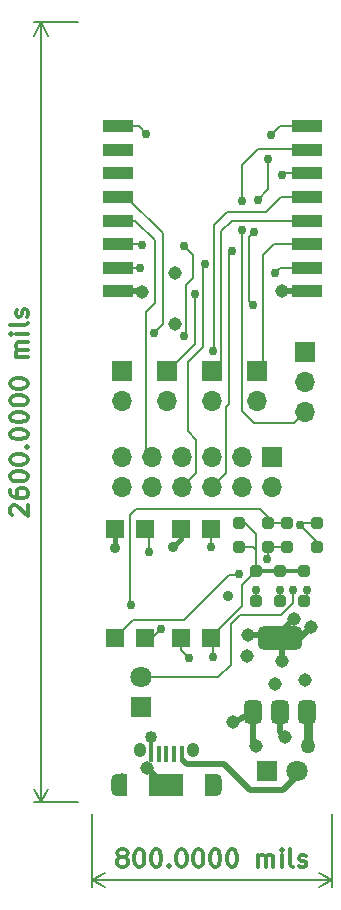
<source format=gtl>
G04 #@! TF.GenerationSoftware,KiCad,Pcbnew,8.0.5*
G04 #@! TF.CreationDate,2024-11-08T00:03:23+01:00*
G04 #@! TF.ProjectId,iot-opentherm,696f742d-6f70-4656-9e74-6865726d2e6b,rev?*
G04 #@! TF.SameCoordinates,Original*
G04 #@! TF.FileFunction,Copper,L1,Top*
G04 #@! TF.FilePolarity,Positive*
%FSLAX46Y46*%
G04 Gerber Fmt 4.6, Leading zero omitted, Abs format (unit mm)*
G04 Created by KiCad (PCBNEW 8.0.5) date 2024-11-08 00:03:23*
%MOMM*%
%LPD*%
G01*
G04 APERTURE LIST*
G04 Aperture macros list*
%AMRoundRect*
0 Rectangle with rounded corners*
0 $1 Rounding radius*
0 $2 $3 $4 $5 $6 $7 $8 $9 X,Y pos of 4 corners*
0 Add a 4 corners polygon primitive as box body*
4,1,4,$2,$3,$4,$5,$6,$7,$8,$9,$2,$3,0*
0 Add four circle primitives for the rounded corners*
1,1,$1+$1,$2,$3*
1,1,$1+$1,$4,$5*
1,1,$1+$1,$6,$7*
1,1,$1+$1,$8,$9*
0 Add four rect primitives between the rounded corners*
20,1,$1+$1,$2,$3,$4,$5,0*
20,1,$1+$1,$4,$5,$6,$7,0*
20,1,$1+$1,$6,$7,$8,$9,0*
20,1,$1+$1,$8,$9,$2,$3,0*%
G04 Aperture macros list end*
%ADD10C,0.300000*%
G04 #@! TA.AperFunction,NonConductor*
%ADD11C,0.300000*%
G04 #@! TD*
G04 #@! TA.AperFunction,NonConductor*
%ADD12C,0.200000*%
G04 #@! TD*
G04 #@! TA.AperFunction,SMDPad,CuDef*
%ADD13RoundRect,0.375000X0.375000X-0.625000X0.375000X0.625000X-0.375000X0.625000X-0.375000X-0.625000X0*%
G04 #@! TD*
G04 #@! TA.AperFunction,SMDPad,CuDef*
%ADD14RoundRect,0.500000X1.400000X-0.500000X1.400000X0.500000X-1.400000X0.500000X-1.400000X-0.500000X0*%
G04 #@! TD*
G04 #@! TA.AperFunction,ComponentPad*
%ADD15R,1.700000X1.700000*%
G04 #@! TD*
G04 #@! TA.AperFunction,ComponentPad*
%ADD16O,1.700000X1.700000*%
G04 #@! TD*
G04 #@! TA.AperFunction,SMDPad,CuDef*
%ADD17RoundRect,0.250000X0.250000X0.250000X-0.250000X0.250000X-0.250000X-0.250000X0.250000X-0.250000X0*%
G04 #@! TD*
G04 #@! TA.AperFunction,SMDPad,CuDef*
%ADD18RoundRect,0.250000X0.250000X-0.250000X0.250000X0.250000X-0.250000X0.250000X-0.250000X-0.250000X0*%
G04 #@! TD*
G04 #@! TA.AperFunction,SMDPad,CuDef*
%ADD19R,0.400000X1.350000*%
G04 #@! TD*
G04 #@! TA.AperFunction,ComponentPad*
%ADD20O,1.000000X1.900000*%
G04 #@! TD*
G04 #@! TA.AperFunction,SMDPad,CuDef*
%ADD21R,0.875000X1.900000*%
G04 #@! TD*
G04 #@! TA.AperFunction,ComponentPad*
%ADD22O,1.050000X1.250000*%
G04 #@! TD*
G04 #@! TA.AperFunction,SMDPad,CuDef*
%ADD23R,2.900000X1.900000*%
G04 #@! TD*
G04 #@! TA.AperFunction,SMDPad,CuDef*
%ADD24R,1.500000X1.600000*%
G04 #@! TD*
G04 #@! TA.AperFunction,ComponentPad*
%ADD25R,1.800000X1.800000*%
G04 #@! TD*
G04 #@! TA.AperFunction,ComponentPad*
%ADD26C,1.800000*%
G04 #@! TD*
G04 #@! TA.AperFunction,SMDPad,CuDef*
%ADD27R,2.600000X1.100000*%
G04 #@! TD*
G04 #@! TA.AperFunction,ViaPad*
%ADD28C,1.143000*%
G04 #@! TD*
G04 #@! TA.AperFunction,ViaPad*
%ADD29C,1.016000*%
G04 #@! TD*
G04 #@! TA.AperFunction,ViaPad*
%ADD30C,0.889000*%
G04 #@! TD*
G04 #@! TA.AperFunction,ViaPad*
%ADD31C,1.270000*%
G04 #@! TD*
G04 #@! TA.AperFunction,ViaPad*
%ADD32C,0.762000*%
G04 #@! TD*
G04 #@! TA.AperFunction,Conductor*
%ADD33C,0.508000*%
G04 #@! TD*
G04 #@! TA.AperFunction,Conductor*
%ADD34C,0.304800*%
G04 #@! TD*
G04 #@! TA.AperFunction,Conductor*
%ADD35C,0.381000*%
G04 #@! TD*
G04 #@! TA.AperFunction,Conductor*
%ADD36C,0.762000*%
G04 #@! TD*
G04 #@! TA.AperFunction,Conductor*
%ADD37C,0.406400*%
G04 #@! TD*
G04 #@! TA.AperFunction,Conductor*
%ADD38C,0.203200*%
G04 #@! TD*
G04 APERTURE END LIST*
D10*
D11*
X116647185Y-87835283D02*
X116575757Y-87763855D01*
X116575757Y-87763855D02*
X116504328Y-87620998D01*
X116504328Y-87620998D02*
X116504328Y-87263855D01*
X116504328Y-87263855D02*
X116575757Y-87120998D01*
X116575757Y-87120998D02*
X116647185Y-87049569D01*
X116647185Y-87049569D02*
X116790042Y-86978140D01*
X116790042Y-86978140D02*
X116932900Y-86978140D01*
X116932900Y-86978140D02*
X117147185Y-87049569D01*
X117147185Y-87049569D02*
X118004328Y-87906712D01*
X118004328Y-87906712D02*
X118004328Y-86978140D01*
X116504328Y-85692427D02*
X116504328Y-85978141D01*
X116504328Y-85978141D02*
X116575757Y-86120998D01*
X116575757Y-86120998D02*
X116647185Y-86192427D01*
X116647185Y-86192427D02*
X116861471Y-86335284D01*
X116861471Y-86335284D02*
X117147185Y-86406712D01*
X117147185Y-86406712D02*
X117718614Y-86406712D01*
X117718614Y-86406712D02*
X117861471Y-86335284D01*
X117861471Y-86335284D02*
X117932900Y-86263855D01*
X117932900Y-86263855D02*
X118004328Y-86120998D01*
X118004328Y-86120998D02*
X118004328Y-85835284D01*
X118004328Y-85835284D02*
X117932900Y-85692427D01*
X117932900Y-85692427D02*
X117861471Y-85620998D01*
X117861471Y-85620998D02*
X117718614Y-85549569D01*
X117718614Y-85549569D02*
X117361471Y-85549569D01*
X117361471Y-85549569D02*
X117218614Y-85620998D01*
X117218614Y-85620998D02*
X117147185Y-85692427D01*
X117147185Y-85692427D02*
X117075757Y-85835284D01*
X117075757Y-85835284D02*
X117075757Y-86120998D01*
X117075757Y-86120998D02*
X117147185Y-86263855D01*
X117147185Y-86263855D02*
X117218614Y-86335284D01*
X117218614Y-86335284D02*
X117361471Y-86406712D01*
X116504328Y-84620998D02*
X116504328Y-84478141D01*
X116504328Y-84478141D02*
X116575757Y-84335284D01*
X116575757Y-84335284D02*
X116647185Y-84263856D01*
X116647185Y-84263856D02*
X116790042Y-84192427D01*
X116790042Y-84192427D02*
X117075757Y-84120998D01*
X117075757Y-84120998D02*
X117432900Y-84120998D01*
X117432900Y-84120998D02*
X117718614Y-84192427D01*
X117718614Y-84192427D02*
X117861471Y-84263856D01*
X117861471Y-84263856D02*
X117932900Y-84335284D01*
X117932900Y-84335284D02*
X118004328Y-84478141D01*
X118004328Y-84478141D02*
X118004328Y-84620998D01*
X118004328Y-84620998D02*
X117932900Y-84763856D01*
X117932900Y-84763856D02*
X117861471Y-84835284D01*
X117861471Y-84835284D02*
X117718614Y-84906713D01*
X117718614Y-84906713D02*
X117432900Y-84978141D01*
X117432900Y-84978141D02*
X117075757Y-84978141D01*
X117075757Y-84978141D02*
X116790042Y-84906713D01*
X116790042Y-84906713D02*
X116647185Y-84835284D01*
X116647185Y-84835284D02*
X116575757Y-84763856D01*
X116575757Y-84763856D02*
X116504328Y-84620998D01*
X116504328Y-83192427D02*
X116504328Y-83049570D01*
X116504328Y-83049570D02*
X116575757Y-82906713D01*
X116575757Y-82906713D02*
X116647185Y-82835285D01*
X116647185Y-82835285D02*
X116790042Y-82763856D01*
X116790042Y-82763856D02*
X117075757Y-82692427D01*
X117075757Y-82692427D02*
X117432900Y-82692427D01*
X117432900Y-82692427D02*
X117718614Y-82763856D01*
X117718614Y-82763856D02*
X117861471Y-82835285D01*
X117861471Y-82835285D02*
X117932900Y-82906713D01*
X117932900Y-82906713D02*
X118004328Y-83049570D01*
X118004328Y-83049570D02*
X118004328Y-83192427D01*
X118004328Y-83192427D02*
X117932900Y-83335285D01*
X117932900Y-83335285D02*
X117861471Y-83406713D01*
X117861471Y-83406713D02*
X117718614Y-83478142D01*
X117718614Y-83478142D02*
X117432900Y-83549570D01*
X117432900Y-83549570D02*
X117075757Y-83549570D01*
X117075757Y-83549570D02*
X116790042Y-83478142D01*
X116790042Y-83478142D02*
X116647185Y-83406713D01*
X116647185Y-83406713D02*
X116575757Y-83335285D01*
X116575757Y-83335285D02*
X116504328Y-83192427D01*
X117861471Y-82049571D02*
X117932900Y-81978142D01*
X117932900Y-81978142D02*
X118004328Y-82049571D01*
X118004328Y-82049571D02*
X117932900Y-82120999D01*
X117932900Y-82120999D02*
X117861471Y-82049571D01*
X117861471Y-82049571D02*
X118004328Y-82049571D01*
X116504328Y-81049570D02*
X116504328Y-80906713D01*
X116504328Y-80906713D02*
X116575757Y-80763856D01*
X116575757Y-80763856D02*
X116647185Y-80692428D01*
X116647185Y-80692428D02*
X116790042Y-80620999D01*
X116790042Y-80620999D02*
X117075757Y-80549570D01*
X117075757Y-80549570D02*
X117432900Y-80549570D01*
X117432900Y-80549570D02*
X117718614Y-80620999D01*
X117718614Y-80620999D02*
X117861471Y-80692428D01*
X117861471Y-80692428D02*
X117932900Y-80763856D01*
X117932900Y-80763856D02*
X118004328Y-80906713D01*
X118004328Y-80906713D02*
X118004328Y-81049570D01*
X118004328Y-81049570D02*
X117932900Y-81192428D01*
X117932900Y-81192428D02*
X117861471Y-81263856D01*
X117861471Y-81263856D02*
X117718614Y-81335285D01*
X117718614Y-81335285D02*
X117432900Y-81406713D01*
X117432900Y-81406713D02*
X117075757Y-81406713D01*
X117075757Y-81406713D02*
X116790042Y-81335285D01*
X116790042Y-81335285D02*
X116647185Y-81263856D01*
X116647185Y-81263856D02*
X116575757Y-81192428D01*
X116575757Y-81192428D02*
X116504328Y-81049570D01*
X116504328Y-79620999D02*
X116504328Y-79478142D01*
X116504328Y-79478142D02*
X116575757Y-79335285D01*
X116575757Y-79335285D02*
X116647185Y-79263857D01*
X116647185Y-79263857D02*
X116790042Y-79192428D01*
X116790042Y-79192428D02*
X117075757Y-79120999D01*
X117075757Y-79120999D02*
X117432900Y-79120999D01*
X117432900Y-79120999D02*
X117718614Y-79192428D01*
X117718614Y-79192428D02*
X117861471Y-79263857D01*
X117861471Y-79263857D02*
X117932900Y-79335285D01*
X117932900Y-79335285D02*
X118004328Y-79478142D01*
X118004328Y-79478142D02*
X118004328Y-79620999D01*
X118004328Y-79620999D02*
X117932900Y-79763857D01*
X117932900Y-79763857D02*
X117861471Y-79835285D01*
X117861471Y-79835285D02*
X117718614Y-79906714D01*
X117718614Y-79906714D02*
X117432900Y-79978142D01*
X117432900Y-79978142D02*
X117075757Y-79978142D01*
X117075757Y-79978142D02*
X116790042Y-79906714D01*
X116790042Y-79906714D02*
X116647185Y-79835285D01*
X116647185Y-79835285D02*
X116575757Y-79763857D01*
X116575757Y-79763857D02*
X116504328Y-79620999D01*
X116504328Y-78192428D02*
X116504328Y-78049571D01*
X116504328Y-78049571D02*
X116575757Y-77906714D01*
X116575757Y-77906714D02*
X116647185Y-77835286D01*
X116647185Y-77835286D02*
X116790042Y-77763857D01*
X116790042Y-77763857D02*
X117075757Y-77692428D01*
X117075757Y-77692428D02*
X117432900Y-77692428D01*
X117432900Y-77692428D02*
X117718614Y-77763857D01*
X117718614Y-77763857D02*
X117861471Y-77835286D01*
X117861471Y-77835286D02*
X117932900Y-77906714D01*
X117932900Y-77906714D02*
X118004328Y-78049571D01*
X118004328Y-78049571D02*
X118004328Y-78192428D01*
X118004328Y-78192428D02*
X117932900Y-78335286D01*
X117932900Y-78335286D02*
X117861471Y-78406714D01*
X117861471Y-78406714D02*
X117718614Y-78478143D01*
X117718614Y-78478143D02*
X117432900Y-78549571D01*
X117432900Y-78549571D02*
X117075757Y-78549571D01*
X117075757Y-78549571D02*
X116790042Y-78478143D01*
X116790042Y-78478143D02*
X116647185Y-78406714D01*
X116647185Y-78406714D02*
X116575757Y-78335286D01*
X116575757Y-78335286D02*
X116504328Y-78192428D01*
X116504328Y-76763857D02*
X116504328Y-76621000D01*
X116504328Y-76621000D02*
X116575757Y-76478143D01*
X116575757Y-76478143D02*
X116647185Y-76406715D01*
X116647185Y-76406715D02*
X116790042Y-76335286D01*
X116790042Y-76335286D02*
X117075757Y-76263857D01*
X117075757Y-76263857D02*
X117432900Y-76263857D01*
X117432900Y-76263857D02*
X117718614Y-76335286D01*
X117718614Y-76335286D02*
X117861471Y-76406715D01*
X117861471Y-76406715D02*
X117932900Y-76478143D01*
X117932900Y-76478143D02*
X118004328Y-76621000D01*
X118004328Y-76621000D02*
X118004328Y-76763857D01*
X118004328Y-76763857D02*
X117932900Y-76906715D01*
X117932900Y-76906715D02*
X117861471Y-76978143D01*
X117861471Y-76978143D02*
X117718614Y-77049572D01*
X117718614Y-77049572D02*
X117432900Y-77121000D01*
X117432900Y-77121000D02*
X117075757Y-77121000D01*
X117075757Y-77121000D02*
X116790042Y-77049572D01*
X116790042Y-77049572D02*
X116647185Y-76978143D01*
X116647185Y-76978143D02*
X116575757Y-76906715D01*
X116575757Y-76906715D02*
X116504328Y-76763857D01*
X118004328Y-74478144D02*
X117004328Y-74478144D01*
X117147185Y-74478144D02*
X117075757Y-74406715D01*
X117075757Y-74406715D02*
X117004328Y-74263858D01*
X117004328Y-74263858D02*
X117004328Y-74049572D01*
X117004328Y-74049572D02*
X117075757Y-73906715D01*
X117075757Y-73906715D02*
X117218614Y-73835287D01*
X117218614Y-73835287D02*
X118004328Y-73835287D01*
X117218614Y-73835287D02*
X117075757Y-73763858D01*
X117075757Y-73763858D02*
X117004328Y-73621001D01*
X117004328Y-73621001D02*
X117004328Y-73406715D01*
X117004328Y-73406715D02*
X117075757Y-73263858D01*
X117075757Y-73263858D02*
X117218614Y-73192429D01*
X117218614Y-73192429D02*
X118004328Y-73192429D01*
X118004328Y-72478144D02*
X117004328Y-72478144D01*
X116504328Y-72478144D02*
X116575757Y-72549572D01*
X116575757Y-72549572D02*
X116647185Y-72478144D01*
X116647185Y-72478144D02*
X116575757Y-72406715D01*
X116575757Y-72406715D02*
X116504328Y-72478144D01*
X116504328Y-72478144D02*
X116647185Y-72478144D01*
X118004328Y-71549572D02*
X117932900Y-71692429D01*
X117932900Y-71692429D02*
X117790042Y-71763858D01*
X117790042Y-71763858D02*
X116504328Y-71763858D01*
X117932900Y-71049572D02*
X118004328Y-70906715D01*
X118004328Y-70906715D02*
X118004328Y-70621001D01*
X118004328Y-70621001D02*
X117932900Y-70478144D01*
X117932900Y-70478144D02*
X117790042Y-70406715D01*
X117790042Y-70406715D02*
X117718614Y-70406715D01*
X117718614Y-70406715D02*
X117575757Y-70478144D01*
X117575757Y-70478144D02*
X117504328Y-70621001D01*
X117504328Y-70621001D02*
X117504328Y-70835287D01*
X117504328Y-70835287D02*
X117432900Y-70978144D01*
X117432900Y-70978144D02*
X117290042Y-71049572D01*
X117290042Y-71049572D02*
X117218614Y-71049572D01*
X117218614Y-71049572D02*
X117075757Y-70978144D01*
X117075757Y-70978144D02*
X117004328Y-70835287D01*
X117004328Y-70835287D02*
X117004328Y-70621001D01*
X117004328Y-70621001D02*
X117075757Y-70478144D01*
D12*
X122309000Y-112141000D02*
X118539580Y-112141000D01*
X122309000Y-46101000D02*
X118539580Y-46101000D01*
X119126000Y-112141000D02*
X119126000Y-46101000D01*
X119126000Y-112141000D02*
X119126000Y-46101000D01*
X119126000Y-112141000D02*
X118539579Y-111014496D01*
X119126000Y-112141000D02*
X119712421Y-111014496D01*
X119126000Y-46101000D02*
X119712421Y-47227504D01*
X119126000Y-46101000D02*
X118539579Y-47227504D01*
D10*
D11*
X125889715Y-116766185D02*
X125746858Y-116694757D01*
X125746858Y-116694757D02*
X125675429Y-116623328D01*
X125675429Y-116623328D02*
X125604001Y-116480471D01*
X125604001Y-116480471D02*
X125604001Y-116409042D01*
X125604001Y-116409042D02*
X125675429Y-116266185D01*
X125675429Y-116266185D02*
X125746858Y-116194757D01*
X125746858Y-116194757D02*
X125889715Y-116123328D01*
X125889715Y-116123328D02*
X126175429Y-116123328D01*
X126175429Y-116123328D02*
X126318287Y-116194757D01*
X126318287Y-116194757D02*
X126389715Y-116266185D01*
X126389715Y-116266185D02*
X126461144Y-116409042D01*
X126461144Y-116409042D02*
X126461144Y-116480471D01*
X126461144Y-116480471D02*
X126389715Y-116623328D01*
X126389715Y-116623328D02*
X126318287Y-116694757D01*
X126318287Y-116694757D02*
X126175429Y-116766185D01*
X126175429Y-116766185D02*
X125889715Y-116766185D01*
X125889715Y-116766185D02*
X125746858Y-116837614D01*
X125746858Y-116837614D02*
X125675429Y-116909042D01*
X125675429Y-116909042D02*
X125604001Y-117051900D01*
X125604001Y-117051900D02*
X125604001Y-117337614D01*
X125604001Y-117337614D02*
X125675429Y-117480471D01*
X125675429Y-117480471D02*
X125746858Y-117551900D01*
X125746858Y-117551900D02*
X125889715Y-117623328D01*
X125889715Y-117623328D02*
X126175429Y-117623328D01*
X126175429Y-117623328D02*
X126318287Y-117551900D01*
X126318287Y-117551900D02*
X126389715Y-117480471D01*
X126389715Y-117480471D02*
X126461144Y-117337614D01*
X126461144Y-117337614D02*
X126461144Y-117051900D01*
X126461144Y-117051900D02*
X126389715Y-116909042D01*
X126389715Y-116909042D02*
X126318287Y-116837614D01*
X126318287Y-116837614D02*
X126175429Y-116766185D01*
X127389715Y-116123328D02*
X127532572Y-116123328D01*
X127532572Y-116123328D02*
X127675429Y-116194757D01*
X127675429Y-116194757D02*
X127746858Y-116266185D01*
X127746858Y-116266185D02*
X127818286Y-116409042D01*
X127818286Y-116409042D02*
X127889715Y-116694757D01*
X127889715Y-116694757D02*
X127889715Y-117051900D01*
X127889715Y-117051900D02*
X127818286Y-117337614D01*
X127818286Y-117337614D02*
X127746858Y-117480471D01*
X127746858Y-117480471D02*
X127675429Y-117551900D01*
X127675429Y-117551900D02*
X127532572Y-117623328D01*
X127532572Y-117623328D02*
X127389715Y-117623328D01*
X127389715Y-117623328D02*
X127246858Y-117551900D01*
X127246858Y-117551900D02*
X127175429Y-117480471D01*
X127175429Y-117480471D02*
X127104000Y-117337614D01*
X127104000Y-117337614D02*
X127032572Y-117051900D01*
X127032572Y-117051900D02*
X127032572Y-116694757D01*
X127032572Y-116694757D02*
X127104000Y-116409042D01*
X127104000Y-116409042D02*
X127175429Y-116266185D01*
X127175429Y-116266185D02*
X127246858Y-116194757D01*
X127246858Y-116194757D02*
X127389715Y-116123328D01*
X128818286Y-116123328D02*
X128961143Y-116123328D01*
X128961143Y-116123328D02*
X129104000Y-116194757D01*
X129104000Y-116194757D02*
X129175429Y-116266185D01*
X129175429Y-116266185D02*
X129246857Y-116409042D01*
X129246857Y-116409042D02*
X129318286Y-116694757D01*
X129318286Y-116694757D02*
X129318286Y-117051900D01*
X129318286Y-117051900D02*
X129246857Y-117337614D01*
X129246857Y-117337614D02*
X129175429Y-117480471D01*
X129175429Y-117480471D02*
X129104000Y-117551900D01*
X129104000Y-117551900D02*
X128961143Y-117623328D01*
X128961143Y-117623328D02*
X128818286Y-117623328D01*
X128818286Y-117623328D02*
X128675429Y-117551900D01*
X128675429Y-117551900D02*
X128604000Y-117480471D01*
X128604000Y-117480471D02*
X128532571Y-117337614D01*
X128532571Y-117337614D02*
X128461143Y-117051900D01*
X128461143Y-117051900D02*
X128461143Y-116694757D01*
X128461143Y-116694757D02*
X128532571Y-116409042D01*
X128532571Y-116409042D02*
X128604000Y-116266185D01*
X128604000Y-116266185D02*
X128675429Y-116194757D01*
X128675429Y-116194757D02*
X128818286Y-116123328D01*
X129961142Y-117480471D02*
X130032571Y-117551900D01*
X130032571Y-117551900D02*
X129961142Y-117623328D01*
X129961142Y-117623328D02*
X129889714Y-117551900D01*
X129889714Y-117551900D02*
X129961142Y-117480471D01*
X129961142Y-117480471D02*
X129961142Y-117623328D01*
X130961143Y-116123328D02*
X131104000Y-116123328D01*
X131104000Y-116123328D02*
X131246857Y-116194757D01*
X131246857Y-116194757D02*
X131318286Y-116266185D01*
X131318286Y-116266185D02*
X131389714Y-116409042D01*
X131389714Y-116409042D02*
X131461143Y-116694757D01*
X131461143Y-116694757D02*
X131461143Y-117051900D01*
X131461143Y-117051900D02*
X131389714Y-117337614D01*
X131389714Y-117337614D02*
X131318286Y-117480471D01*
X131318286Y-117480471D02*
X131246857Y-117551900D01*
X131246857Y-117551900D02*
X131104000Y-117623328D01*
X131104000Y-117623328D02*
X130961143Y-117623328D01*
X130961143Y-117623328D02*
X130818286Y-117551900D01*
X130818286Y-117551900D02*
X130746857Y-117480471D01*
X130746857Y-117480471D02*
X130675428Y-117337614D01*
X130675428Y-117337614D02*
X130604000Y-117051900D01*
X130604000Y-117051900D02*
X130604000Y-116694757D01*
X130604000Y-116694757D02*
X130675428Y-116409042D01*
X130675428Y-116409042D02*
X130746857Y-116266185D01*
X130746857Y-116266185D02*
X130818286Y-116194757D01*
X130818286Y-116194757D02*
X130961143Y-116123328D01*
X132389714Y-116123328D02*
X132532571Y-116123328D01*
X132532571Y-116123328D02*
X132675428Y-116194757D01*
X132675428Y-116194757D02*
X132746857Y-116266185D01*
X132746857Y-116266185D02*
X132818285Y-116409042D01*
X132818285Y-116409042D02*
X132889714Y-116694757D01*
X132889714Y-116694757D02*
X132889714Y-117051900D01*
X132889714Y-117051900D02*
X132818285Y-117337614D01*
X132818285Y-117337614D02*
X132746857Y-117480471D01*
X132746857Y-117480471D02*
X132675428Y-117551900D01*
X132675428Y-117551900D02*
X132532571Y-117623328D01*
X132532571Y-117623328D02*
X132389714Y-117623328D01*
X132389714Y-117623328D02*
X132246857Y-117551900D01*
X132246857Y-117551900D02*
X132175428Y-117480471D01*
X132175428Y-117480471D02*
X132103999Y-117337614D01*
X132103999Y-117337614D02*
X132032571Y-117051900D01*
X132032571Y-117051900D02*
X132032571Y-116694757D01*
X132032571Y-116694757D02*
X132103999Y-116409042D01*
X132103999Y-116409042D02*
X132175428Y-116266185D01*
X132175428Y-116266185D02*
X132246857Y-116194757D01*
X132246857Y-116194757D02*
X132389714Y-116123328D01*
X133818285Y-116123328D02*
X133961142Y-116123328D01*
X133961142Y-116123328D02*
X134103999Y-116194757D01*
X134103999Y-116194757D02*
X134175428Y-116266185D01*
X134175428Y-116266185D02*
X134246856Y-116409042D01*
X134246856Y-116409042D02*
X134318285Y-116694757D01*
X134318285Y-116694757D02*
X134318285Y-117051900D01*
X134318285Y-117051900D02*
X134246856Y-117337614D01*
X134246856Y-117337614D02*
X134175428Y-117480471D01*
X134175428Y-117480471D02*
X134103999Y-117551900D01*
X134103999Y-117551900D02*
X133961142Y-117623328D01*
X133961142Y-117623328D02*
X133818285Y-117623328D01*
X133818285Y-117623328D02*
X133675428Y-117551900D01*
X133675428Y-117551900D02*
X133603999Y-117480471D01*
X133603999Y-117480471D02*
X133532570Y-117337614D01*
X133532570Y-117337614D02*
X133461142Y-117051900D01*
X133461142Y-117051900D02*
X133461142Y-116694757D01*
X133461142Y-116694757D02*
X133532570Y-116409042D01*
X133532570Y-116409042D02*
X133603999Y-116266185D01*
X133603999Y-116266185D02*
X133675428Y-116194757D01*
X133675428Y-116194757D02*
X133818285Y-116123328D01*
X135246856Y-116123328D02*
X135389713Y-116123328D01*
X135389713Y-116123328D02*
X135532570Y-116194757D01*
X135532570Y-116194757D02*
X135603999Y-116266185D01*
X135603999Y-116266185D02*
X135675427Y-116409042D01*
X135675427Y-116409042D02*
X135746856Y-116694757D01*
X135746856Y-116694757D02*
X135746856Y-117051900D01*
X135746856Y-117051900D02*
X135675427Y-117337614D01*
X135675427Y-117337614D02*
X135603999Y-117480471D01*
X135603999Y-117480471D02*
X135532570Y-117551900D01*
X135532570Y-117551900D02*
X135389713Y-117623328D01*
X135389713Y-117623328D02*
X135246856Y-117623328D01*
X135246856Y-117623328D02*
X135103999Y-117551900D01*
X135103999Y-117551900D02*
X135032570Y-117480471D01*
X135032570Y-117480471D02*
X134961141Y-117337614D01*
X134961141Y-117337614D02*
X134889713Y-117051900D01*
X134889713Y-117051900D02*
X134889713Y-116694757D01*
X134889713Y-116694757D02*
X134961141Y-116409042D01*
X134961141Y-116409042D02*
X135032570Y-116266185D01*
X135032570Y-116266185D02*
X135103999Y-116194757D01*
X135103999Y-116194757D02*
X135246856Y-116123328D01*
X137532569Y-117623328D02*
X137532569Y-116623328D01*
X137532569Y-116766185D02*
X137603998Y-116694757D01*
X137603998Y-116694757D02*
X137746855Y-116623328D01*
X137746855Y-116623328D02*
X137961141Y-116623328D01*
X137961141Y-116623328D02*
X138103998Y-116694757D01*
X138103998Y-116694757D02*
X138175427Y-116837614D01*
X138175427Y-116837614D02*
X138175427Y-117623328D01*
X138175427Y-116837614D02*
X138246855Y-116694757D01*
X138246855Y-116694757D02*
X138389712Y-116623328D01*
X138389712Y-116623328D02*
X138603998Y-116623328D01*
X138603998Y-116623328D02*
X138746855Y-116694757D01*
X138746855Y-116694757D02*
X138818284Y-116837614D01*
X138818284Y-116837614D02*
X138818284Y-117623328D01*
X139532569Y-117623328D02*
X139532569Y-116623328D01*
X139532569Y-116123328D02*
X139461141Y-116194757D01*
X139461141Y-116194757D02*
X139532569Y-116266185D01*
X139532569Y-116266185D02*
X139603998Y-116194757D01*
X139603998Y-116194757D02*
X139532569Y-116123328D01*
X139532569Y-116123328D02*
X139532569Y-116266185D01*
X140461141Y-117623328D02*
X140318284Y-117551900D01*
X140318284Y-117551900D02*
X140246855Y-117409042D01*
X140246855Y-117409042D02*
X140246855Y-116123328D01*
X140961141Y-117551900D02*
X141103998Y-117623328D01*
X141103998Y-117623328D02*
X141389712Y-117623328D01*
X141389712Y-117623328D02*
X141532569Y-117551900D01*
X141532569Y-117551900D02*
X141603998Y-117409042D01*
X141603998Y-117409042D02*
X141603998Y-117337614D01*
X141603998Y-117337614D02*
X141532569Y-117194757D01*
X141532569Y-117194757D02*
X141389712Y-117123328D01*
X141389712Y-117123328D02*
X141175427Y-117123328D01*
X141175427Y-117123328D02*
X141032569Y-117051900D01*
X141032569Y-117051900D02*
X140961141Y-116909042D01*
X140961141Y-116909042D02*
X140961141Y-116837614D01*
X140961141Y-116837614D02*
X141032569Y-116694757D01*
X141032569Y-116694757D02*
X141175427Y-116623328D01*
X141175427Y-116623328D02*
X141389712Y-116623328D01*
X141389712Y-116623328D02*
X141532569Y-116694757D01*
D12*
X123444000Y-113149000D02*
X123444000Y-119331420D01*
X143764000Y-113149000D02*
X143764000Y-119331420D01*
X123444000Y-118745000D02*
X143764000Y-118745000D01*
X123444000Y-118745000D02*
X143764000Y-118745000D01*
X123444000Y-118745000D02*
X124570504Y-118158579D01*
X123444000Y-118745000D02*
X124570504Y-119331421D01*
X143764000Y-118745000D02*
X142637496Y-119331421D01*
X143764000Y-118745000D02*
X142637496Y-118158579D01*
D13*
X137095200Y-104521400D03*
X139395200Y-104521400D03*
D14*
X139395200Y-98221400D03*
D13*
X141695200Y-104521400D03*
D15*
X138684000Y-82931000D03*
D16*
X138684000Y-85471000D03*
X136144000Y-82931000D03*
X136144000Y-85471000D03*
X133604000Y-82931000D03*
X133604000Y-85471000D03*
X131064000Y-82931000D03*
X131064000Y-85471000D03*
X128524000Y-82931000D03*
X128524000Y-85471000D03*
X125984000Y-82931000D03*
X125984000Y-85471000D03*
D17*
X142474000Y-88519000D03*
X139974000Y-88519000D03*
D18*
X137330000Y-95103000D03*
X137330000Y-92603000D03*
D19*
X131048400Y-108018200D03*
X130398400Y-108018200D03*
X129748400Y-108018200D03*
X129098400Y-108018200D03*
X128448400Y-108018200D03*
D20*
X125573400Y-110693200D03*
D21*
X126010900Y-110693200D03*
D22*
X127523400Y-107693200D03*
D23*
X129748400Y-110693200D03*
D22*
X131973400Y-107693200D03*
D21*
X133485900Y-110693200D03*
D20*
X133923400Y-110693200D03*
D17*
X142474000Y-90500200D03*
X139974000Y-90500200D03*
D24*
X127939800Y-89001600D03*
X125399800Y-89001600D03*
X125399800Y-98221600D03*
X127939800Y-98221600D03*
D15*
X137414000Y-75636200D03*
D16*
X137414000Y-78176200D03*
D18*
X139362000Y-95103000D03*
X139362000Y-92603000D03*
D15*
X129794000Y-75636200D03*
D16*
X129794000Y-78176200D03*
D25*
X138277600Y-109474000D03*
D26*
X140817600Y-109474000D03*
D24*
X130987800Y-98234400D03*
X133527800Y-98234400D03*
X133527800Y-89014400D03*
X130987800Y-89014400D03*
D15*
X133604000Y-75636200D03*
D16*
X133604000Y-78176200D03*
D25*
X127584200Y-104114600D03*
D26*
X127584200Y-101574600D03*
D17*
X138359200Y-90500200D03*
X135859200Y-90500200D03*
D27*
X125620000Y-54900000D03*
X125620000Y-56900000D03*
X125620000Y-58900000D03*
X125620000Y-60900000D03*
X125620000Y-62900000D03*
X125620000Y-64900000D03*
X125620000Y-66900000D03*
X125620000Y-68900000D03*
X141620000Y-68900000D03*
X141620000Y-66900000D03*
X141620000Y-64900000D03*
X141620000Y-62900000D03*
X141620000Y-60900000D03*
X141620000Y-58900000D03*
X141620000Y-56900000D03*
X141620000Y-54900000D03*
D18*
X141394000Y-95103000D03*
X141394000Y-92603000D03*
D17*
X138359200Y-88493600D03*
X135859200Y-88493600D03*
D15*
X141478000Y-74041000D03*
D16*
X141478000Y-76581000D03*
X141478000Y-79121000D03*
D15*
X125984000Y-75636200D03*
D16*
X125984000Y-78176200D03*
D28*
X138963400Y-102133400D03*
D29*
X128422400Y-106578400D03*
D30*
X125399800Y-90657393D03*
D28*
X141528800Y-101803200D03*
X139547600Y-68884800D03*
X137312400Y-107391200D03*
X135382000Y-105359200D03*
X130454400Y-71628000D03*
X130505200Y-67310000D03*
X128108054Y-109252723D03*
D30*
X135001000Y-94665800D03*
D31*
X141732000Y-107340400D03*
D28*
X140559720Y-96615798D03*
X141960600Y-97332800D03*
X136601200Y-99771200D03*
D30*
X130302000Y-90500200D03*
D28*
X139776200Y-106578400D03*
X127711200Y-68935600D03*
X139547600Y-100152200D03*
X136626600Y-97942400D03*
D32*
X141071600Y-88696800D03*
X126796800Y-95453200D03*
X140462000Y-94183200D03*
X138303000Y-91567000D03*
X133731000Y-99847400D03*
X141655800Y-94208600D03*
X129286000Y-97510600D03*
X139395200Y-94132400D03*
X137312400Y-94132400D03*
X135890000Y-92811600D03*
X137109200Y-70053200D03*
X137515600Y-61112400D03*
X137210800Y-63855600D03*
X138582400Y-55676800D03*
X138379200Y-57708800D03*
X136144000Y-61264800D03*
X136144000Y-63652400D03*
X138988800Y-67310000D03*
X132181600Y-69088000D03*
X133045200Y-66548000D03*
X127511600Y-66900000D03*
X128727200Y-72390000D03*
X133680200Y-73964800D03*
X131267200Y-65074800D03*
X131216400Y-72694800D03*
X127660400Y-64973200D03*
X139573000Y-59004200D03*
X135280400Y-65481200D03*
X128066800Y-55524400D03*
X131673600Y-99923600D03*
X128320800Y-90982800D03*
X133553200Y-90525600D03*
D33*
X133497500Y-110744000D02*
X133935000Y-110744000D01*
X129548531Y-110693200D02*
X128108054Y-109252723D01*
X126022500Y-110744000D02*
X125585000Y-110744000D01*
X126022500Y-110278488D02*
X126022500Y-110744000D01*
D34*
X128460000Y-106616000D02*
X128422400Y-106578400D01*
D35*
X125399800Y-90657393D02*
X125399800Y-89001600D01*
D33*
X137095200Y-104521400D02*
X135432800Y-105410000D01*
X137095200Y-104521400D02*
X137095200Y-107174000D01*
X141620000Y-68900000D02*
X139562800Y-68900000D01*
X135432800Y-105410000D02*
X135382000Y-105359200D01*
X129748400Y-110693200D02*
X129548531Y-110693200D01*
X133935000Y-110739710D02*
X133935000Y-110744000D01*
X126010900Y-109904300D02*
X126010900Y-110693200D01*
X137095200Y-107174000D02*
X137312400Y-107391200D01*
D34*
X139562800Y-68900000D02*
X139547600Y-68884800D01*
X128460000Y-108069000D02*
X128460000Y-106616000D01*
X131060000Y-108069000D02*
X131060000Y-108454000D01*
D36*
X141732000Y-105430000D02*
X141732000Y-107340400D01*
D33*
X139623800Y-111125000D02*
X140804000Y-109944800D01*
D37*
X131060000Y-108454000D02*
X131521200Y-108915200D01*
D36*
X141712000Y-105410000D02*
X141732000Y-105430000D01*
D34*
X131521200Y-108915200D02*
X131368800Y-108915200D01*
D33*
X140804000Y-109944800D02*
X140804000Y-109474000D01*
X134620000Y-108915200D02*
X136829800Y-111125000D01*
X131521200Y-108915200D02*
X134620000Y-108915200D01*
D34*
X131368800Y-108915200D02*
X131053600Y-108600000D01*
X131053600Y-108600000D02*
X131053600Y-108069000D01*
D33*
X136829800Y-111125000D02*
X139623800Y-111125000D01*
X141072000Y-98221400D02*
X139395200Y-98221400D01*
X139547600Y-98373800D02*
X139395200Y-98221400D01*
X139776200Y-106578400D02*
X139412000Y-106214200D01*
X139547600Y-100152200D02*
X139547600Y-98373800D01*
D34*
X127675600Y-68900000D02*
X127711200Y-68935600D01*
D33*
X139412000Y-106214200D02*
X139412000Y-105410000D01*
X139395200Y-106197400D02*
X139395200Y-104521400D01*
X125620000Y-68900000D02*
X127675600Y-68900000D01*
D35*
X130987800Y-89814400D02*
X130987800Y-89014400D01*
D33*
X141960600Y-97332800D02*
X141072000Y-98221400D01*
X136626600Y-97942400D02*
X138244400Y-97942400D01*
X140559720Y-96615798D02*
X139412000Y-97763518D01*
D35*
X130302000Y-90500200D02*
X130987800Y-89814400D01*
D33*
X139776200Y-106578400D02*
X139395200Y-106197400D01*
D38*
X142474000Y-90099200D02*
X142474000Y-90500200D01*
X142474000Y-88519000D02*
X141249400Y-88519000D01*
X141071600Y-88696800D02*
X142474000Y-90099200D01*
X141249400Y-88519000D02*
X141071600Y-88696800D01*
X137642600Y-87274400D02*
X127203200Y-87274400D01*
X138359200Y-87991000D02*
X137642600Y-87274400D01*
X138359200Y-88493600D02*
X138359200Y-87991000D01*
X138359200Y-87974200D02*
X138120200Y-87735200D01*
X126695200Y-95351600D02*
X126796800Y-95453200D01*
X126695200Y-87782400D02*
X126695200Y-95351600D01*
X139948600Y-88493600D02*
X139974000Y-88519000D01*
X138359200Y-88493600D02*
X138359200Y-87974200D01*
X127203200Y-87274400D02*
X126695200Y-87782400D01*
X138650000Y-88265000D02*
X138120200Y-87735200D01*
X138359200Y-88493600D02*
X139948600Y-88493600D01*
X138359200Y-91510800D02*
X138303000Y-91567000D01*
X135229600Y-100508400D02*
X135229600Y-97028000D01*
X138359200Y-90500200D02*
X138359200Y-91510800D01*
X135229600Y-97028000D02*
X135969333Y-96288267D01*
X138359200Y-90500200D02*
X139974000Y-90500200D01*
X134163400Y-101574600D02*
X135229600Y-100508400D01*
X127584200Y-101574600D02*
X134163400Y-101574600D01*
X140462000Y-95294534D02*
X140462000Y-94183200D01*
X135969333Y-96288267D02*
X139468267Y-96288267D01*
X139468267Y-96288267D02*
X140462000Y-95294534D01*
X136144000Y-93789000D02*
X137330000Y-92603000D01*
X137330000Y-90754200D02*
X137330000Y-89425600D01*
X133527800Y-98234400D02*
X133527800Y-98155064D01*
X133731000Y-99847400D02*
X133731000Y-98437600D01*
X135859200Y-90500200D02*
X137076000Y-90500200D01*
X133731000Y-98437600D02*
X133527800Y-98234400D01*
X136398000Y-88493600D02*
X135859200Y-88493600D01*
X137076000Y-90500200D02*
X137330000Y-90754200D01*
X137330000Y-89425600D02*
X136398000Y-88493600D01*
X133527800Y-98155064D02*
X136144000Y-95538864D01*
D34*
X141394000Y-92603000D02*
X137330000Y-92603000D01*
D38*
X136144000Y-95538864D02*
X136144000Y-93789000D01*
X137330000Y-92603000D02*
X137330000Y-90754200D01*
X141655800Y-94208600D02*
X141655800Y-94841200D01*
X141655800Y-94841200D02*
X141394000Y-95103000D01*
X139362000Y-95103000D02*
X139362000Y-94165600D01*
X139362000Y-94165600D02*
X139395200Y-94132400D01*
X129286000Y-97510600D02*
X128575000Y-98221600D01*
X128575000Y-98221600D02*
X127939800Y-98221600D01*
X135890000Y-92811600D02*
X135839200Y-92862400D01*
X131216400Y-96672400D02*
X126949000Y-96672400D01*
X135026400Y-92862400D02*
X131216400Y-96672400D01*
X126949000Y-96672400D02*
X125399800Y-98221600D01*
X135839200Y-92862400D02*
X135026400Y-92862400D01*
X137330000Y-94150000D02*
X137312400Y-94132400D01*
X137330000Y-95103000D02*
X137330000Y-94150000D01*
X138379200Y-57708800D02*
X138379200Y-60248800D01*
X138379200Y-60248800D02*
X137515600Y-61112400D01*
X136753600Y-64312800D02*
X137210800Y-63855600D01*
X139359200Y-54900000D02*
X138582400Y-55676800D01*
X137109200Y-70053200D02*
X136753600Y-69697600D01*
X141620000Y-54900000D02*
X139359200Y-54900000D01*
X136753600Y-69697600D02*
X136753600Y-64312800D01*
X136144000Y-61264800D02*
X136144000Y-58216800D01*
X136144000Y-79044800D02*
X137160000Y-80060800D01*
X136144000Y-58216800D02*
X137515600Y-56845200D01*
X140538200Y-80060800D02*
X141478000Y-79121000D01*
X136144000Y-63652400D02*
X136144000Y-79044800D01*
X137515600Y-56845200D02*
X140760295Y-56845200D01*
X137160000Y-80060800D02*
X140538200Y-80060800D01*
X128778000Y-69900800D02*
X128778000Y-64566800D01*
X128524000Y-82931000D02*
X128016000Y-82423000D01*
X128016000Y-82423000D02*
X128016000Y-70662800D01*
X128778000Y-64566800D02*
X127111200Y-62900000D01*
X127111200Y-62900000D02*
X125620000Y-62900000D01*
X128016000Y-70662800D02*
X128778000Y-69900800D01*
X129899105Y-75636200D02*
X132181600Y-73353705D01*
X132181600Y-73353705D02*
X132181600Y-69088000D01*
X138988800Y-67310000D02*
X139398800Y-66900000D01*
X139398800Y-66900000D02*
X141620000Y-66900000D01*
X135270800Y-62900000D02*
X134366000Y-63804800D01*
X134366000Y-63804800D02*
X134366000Y-74874200D01*
X134366000Y-74874200D02*
X133604000Y-75636200D01*
X141620000Y-62900000D02*
X135270800Y-62900000D01*
X131572000Y-80721200D02*
X132283200Y-81432400D01*
X132283200Y-81432400D02*
X132283200Y-84251800D01*
X132892800Y-66700400D02*
X132892800Y-73585706D01*
X125620000Y-66900000D02*
X127511600Y-66900000D01*
X131572000Y-74906506D02*
X131572000Y-80721200D01*
X132892800Y-73585706D02*
X131572000Y-74906506D01*
X133045200Y-66548000D02*
X132892800Y-66700400D01*
X132283200Y-84251800D02*
X131064000Y-85471000D01*
X129438400Y-63968400D02*
X126370000Y-60900000D01*
X129438400Y-71678800D02*
X129438400Y-63968400D01*
X128727200Y-72390000D02*
X129438400Y-71678800D01*
X133680200Y-73964800D02*
X133807200Y-73837800D01*
X134924800Y-62128400D02*
X138226800Y-62128400D01*
X139455200Y-60900000D02*
X138226800Y-62128400D01*
X133807200Y-73837800D02*
X133807200Y-63246000D01*
X133807200Y-63246000D02*
X134924800Y-62128400D01*
X141620000Y-60900000D02*
X139455200Y-60900000D01*
X132029200Y-65836800D02*
X131267200Y-65074800D01*
X131419600Y-72491600D02*
X131419600Y-68326000D01*
X127587200Y-64900000D02*
X127660400Y-64973200D01*
X131419600Y-68326000D02*
X132029200Y-67716400D01*
X132029200Y-67716400D02*
X132029200Y-65836800D01*
X125620000Y-64900000D02*
X127587200Y-64900000D01*
X131216400Y-72694800D02*
X131419600Y-72491600D01*
X134784200Y-78700976D02*
X134784200Y-84290800D01*
X135280400Y-65481200D02*
X135026400Y-65735200D01*
X135026400Y-65735200D02*
X135026400Y-78458776D01*
X135026400Y-78458776D02*
X134784200Y-78700976D01*
X141620000Y-58900000D02*
X139677200Y-58900000D01*
X139677200Y-58900000D02*
X139573000Y-59004200D01*
X134784200Y-84290800D02*
X133604000Y-85471000D01*
X137922000Y-65836800D02*
X137922000Y-75128200D01*
X138858800Y-64900000D02*
X137922000Y-65836800D01*
X141620000Y-64900000D02*
X138858800Y-64900000D01*
X137922000Y-75128200D02*
X137414000Y-75636200D01*
X127442400Y-54900000D02*
X128066800Y-55524400D01*
X125620000Y-54900000D02*
X127442400Y-54900000D01*
X130987800Y-99237800D02*
X130987800Y-98234400D01*
X131673600Y-99923600D02*
X130987800Y-99237800D01*
X128320800Y-90982800D02*
X128320800Y-89382600D01*
X128320800Y-89382600D02*
X128061868Y-89123668D01*
X133553200Y-90525600D02*
X133527800Y-90500200D01*
X133527800Y-90500200D02*
X133527800Y-89014400D01*
M02*

</source>
